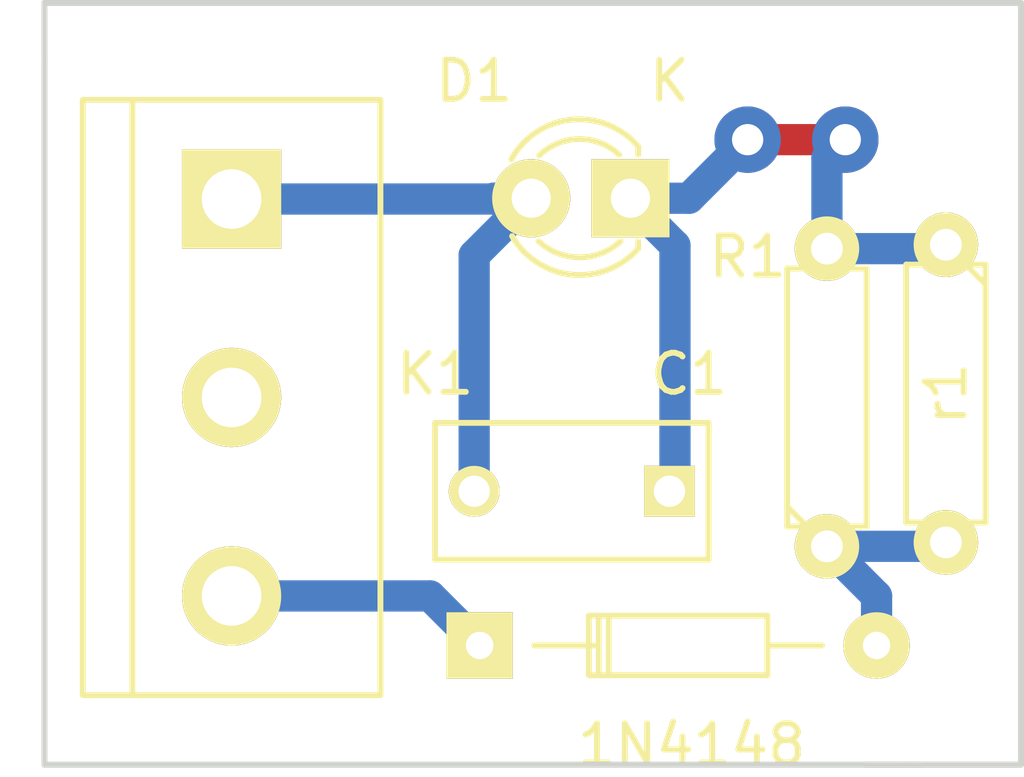
<source format=kicad_pcb>
(kicad_pcb (version 4) (host pcbnew 4.0.2-stable)

  (general
    (links 8)
    (no_connects 0)
    (area 128.924999 91.924999 154.075001 111.575001)
    (thickness 1.6)
    (drawings 14)
    (tracks 23)
    (zones 0)
    (modules 6)
    (nets 6)
  )

  (page A4)
  (title_block
    (title "Taller de Electronica")
    (date 2016-04-24)
    (rev A1)
  )

  (layers
    (0 F.Cu signal)
    (31 B.Cu signal)
    (32 B.Adhes user)
    (33 F.Adhes user)
    (34 B.Paste user)
    (35 F.Paste user)
    (36 B.SilkS user)
    (37 F.SilkS user)
    (38 B.Mask user)
    (39 F.Mask user)
    (40 Dwgs.User user hide)
    (41 Cmts.User user)
    (42 Eco1.User user)
    (43 Eco2.User user)
    (44 Edge.Cuts user)
    (45 Margin user)
    (46 B.CrtYd user)
    (47 F.CrtYd user)
    (48 B.Fab user)
    (49 F.Fab user)
  )

  (setup
    (last_trace_width 0.25)
    (user_trace_width 0.8)
    (trace_clearance 0.9)
    (zone_clearance 0.508)
    (zone_45_only no)
    (trace_min 0.2)
    (segment_width 0.2)
    (edge_width 0.15)
    (via_size 0.6)
    (via_drill 0.4)
    (via_min_size 0.4)
    (via_min_drill 0.3)
    (user_via 1.7 0.8)
    (uvia_size 0.3)
    (uvia_drill 0.1)
    (uvias_allowed no)
    (uvia_min_size 0.2)
    (uvia_min_drill 0.1)
    (pcb_text_width 0.3)
    (pcb_text_size 1.5 1.5)
    (mod_edge_width 0.15)
    (mod_text_size 1 1)
    (mod_text_width 0.15)
    (pad_size 1.524 1.524)
    (pad_drill 0.762)
    (pad_to_mask_clearance 0.2)
    (aux_axis_origin 0 0)
    (visible_elements 7FFFFFFF)
    (pcbplotparams
      (layerselection 0x00164_80000001)
      (usegerberextensions false)
      (excludeedgelayer false)
      (linewidth 0.100000)
      (plotframeref false)
      (viasonmask false)
      (mode 1)
      (useauxorigin false)
      (hpglpennumber 1)
      (hpglpenspeed 20)
      (hpglpendiameter 15)
      (hpglpenoverlay 2)
      (psnegative false)
      (psa4output false)
      (plotreference true)
      (plotvalue false)
      (plotinvisibletext false)
      (padsonsilk false)
      (subtractmaskfromsilk false)
      (outputformat 1)
      (mirror false)
      (drillshape 0)
      (scaleselection 1)
      (outputdirectory ""))
  )

  (net 0 "")
  (net 1 "Net-(C1-Pad1)")
  (net 2 "Net-(C1-Pad2)")
  (net 3 "Net-(1N4148-Pad2)")
  (net 4 "Net-(1N4148-Pad1)")
  (net 5 "Net-(K1-Pad2)")

  (net_class Default "Esta es la clase de red por defecto."
    (clearance 0.9)
    (trace_width 0.25)
    (via_dia 0.6)
    (via_drill 0.4)
    (uvia_dia 0.3)
    (uvia_drill 0.1)
    (add_net "Net-(1N4148-Pad1)")
    (add_net "Net-(1N4148-Pad2)")
    (add_net "Net-(C1-Pad1)")
    (add_net "Net-(C1-Pad2)")
    (add_net "Net-(K1-Pad2)")
  )

  (module footprints_ej1:C_Rect_L7_W3.5_P5 (layer F.Cu) (tedit 57257F65) (tstamp 571C4B09)
    (at 145 104.5 180)
    (descr "Film Capacitor Length 7mm x Width 3.5mm, Pitch 5mm")
    (tags Capacitor)
    (path /57130D0D)
    (fp_text reference C1 (at -0.5 3 180) (layer F.SilkS)
      (effects (font (size 1 1) (thickness 0.15)))
    )
    (fp_text value "100 nF" (at 2.5 3 180) (layer F.Fab)
      (effects (font (size 1 1) (thickness 0.15)))
    )
    (fp_line (start -1.25 -2) (end 6.25 -2) (layer F.CrtYd) (width 0.05))
    (fp_line (start 6.25 -2) (end 6.25 2) (layer F.CrtYd) (width 0.05))
    (fp_line (start 6.25 2) (end -1.25 2) (layer F.CrtYd) (width 0.05))
    (fp_line (start -1.25 2) (end -1.25 -2) (layer F.CrtYd) (width 0.05))
    (fp_line (start -1 -1.75) (end 6 -1.75) (layer F.SilkS) (width 0.15))
    (fp_line (start 6 -1.75) (end 6 1.75) (layer F.SilkS) (width 0.15))
    (fp_line (start 6 1.75) (end -1 1.75) (layer F.SilkS) (width 0.15))
    (fp_line (start -1 1.75) (end -1 -1.75) (layer F.SilkS) (width 0.15))
    (pad 1 thru_hole rect (at 0 0 180) (size 1.3 1.3) (drill 0.8) (layers *.Cu *.Mask F.SilkS)
      (net 1 "Net-(C1-Pad1)"))
    (pad 2 thru_hole circle (at 5 0 180) (size 1.3 1.3) (drill 0.8) (layers *.Cu *.Mask F.SilkS)
      (net 2 "Net-(C1-Pad2)"))
    (model E:/Documentos/Belziti_Axel/ej1.3dshapes/cnp_6mm_disc.wrl
      (at (xyz 0.1 0 0))
      (scale (xyz 1 1 1))
      (rotate (xyz 0 0 0))
    )
  )

  (module footprints_ej1:Diode_DO-35_SOD27_Horizontal_RM10 (layer F.Cu) (tedit 552FFC30) (tstamp 571C4CCF)
    (at 140.14 108.45)
    (descr "Diode, DO-35,  SOD27, Horizontal, RM 10mm")
    (tags "Diode, DO-35, SOD27, Horizontal, RM 10mm, 1N4148,")
    (path /57130DE1)
    (fp_text reference 1N4148 (at 5.43052 2.53746) (layer F.SilkS)
      (effects (font (size 1 1) (thickness 0.15)))
    )
    (fp_text value D2 (at 4.41452 -3.55854) (layer F.Fab)
      (effects (font (size 1 1) (thickness 0.15)))
    )
    (fp_line (start 7.36652 -0.00254) (end 8.76352 -0.00254) (layer F.SilkS) (width 0.15))
    (fp_line (start 2.92152 -0.00254) (end 1.39752 -0.00254) (layer F.SilkS) (width 0.15))
    (fp_line (start 3.30252 -0.76454) (end 3.30252 0.75946) (layer F.SilkS) (width 0.15))
    (fp_line (start 3.04852 -0.76454) (end 3.04852 0.75946) (layer F.SilkS) (width 0.15))
    (fp_line (start 2.79452 -0.00254) (end 2.79452 0.75946) (layer F.SilkS) (width 0.15))
    (fp_line (start 2.79452 0.75946) (end 7.36652 0.75946) (layer F.SilkS) (width 0.15))
    (fp_line (start 7.36652 0.75946) (end 7.36652 -0.76454) (layer F.SilkS) (width 0.15))
    (fp_line (start 7.36652 -0.76454) (end 2.79452 -0.76454) (layer F.SilkS) (width 0.15))
    (fp_line (start 2.79452 -0.76454) (end 2.79452 -0.00254) (layer F.SilkS) (width 0.15))
    (pad 2 thru_hole circle (at 10.16052 -0.00254 180) (size 1.69926 1.69926) (drill 0.70104) (layers *.Cu *.Mask F.SilkS)
      (net 3 "Net-(1N4148-Pad2)"))
    (pad 1 thru_hole rect (at 0.00052 -0.00254 180) (size 1.69926 1.69926) (drill 0.70104) (layers *.Cu *.Mask F.SilkS)
      (net 4 "Net-(1N4148-Pad1)"))
    (model Diodes_ThroughHole.3dshapes/Diode_DO-35_SOD27_Horizontal_RM10.wrl
      (at (xyz 0.2 0 0))
      (scale (xyz 0.4 0.4 0.4))
      (rotate (xyz 0 0 180))
    )
  )

  (module footprints_ej1:LED-3MM (layer F.Cu) (tedit 57257F58) (tstamp 571C4CD5)
    (at 144 97 180)
    (descr "LED 3mm round vertical")
    (tags "LED  3mm round vertical")
    (path /57130D40)
    (fp_text reference D1 (at 4 3 180) (layer F.SilkS)
      (effects (font (size 1 1) (thickness 0.15)))
    )
    (fp_text value "LED ROJO" (at 1.3 -2.9 180) (layer F.Fab)
      (effects (font (size 1 1) (thickness 0.15)))
    )
    (fp_line (start -1.2 2.3) (end 3.8 2.3) (layer F.CrtYd) (width 0.05))
    (fp_line (start 3.8 2.3) (end 3.8 -2.2) (layer F.CrtYd) (width 0.05))
    (fp_line (start 3.8 -2.2) (end -1.2 -2.2) (layer F.CrtYd) (width 0.05))
    (fp_line (start -1.2 -2.2) (end -1.2 2.3) (layer F.CrtYd) (width 0.05))
    (fp_line (start -0.199 1.314) (end -0.199 1.114) (layer F.SilkS) (width 0.15))
    (fp_line (start -0.199 -1.28) (end -0.199 -1.1) (layer F.SilkS) (width 0.15))
    (fp_arc (start 1.301 0.034) (end -0.199 -1.286) (angle 108.5) (layer F.SilkS) (width 0.15))
    (fp_arc (start 1.301 0.034) (end 0.25 -1.1) (angle 85.7) (layer F.SilkS) (width 0.15))
    (fp_arc (start 1.311 0.034) (end 3.051 0.994) (angle 110) (layer F.SilkS) (width 0.15))
    (fp_arc (start 1.301 0.034) (end 2.335 1.094) (angle 87.5) (layer F.SilkS) (width 0.15))
    (fp_text user K (at -1 3 180) (layer F.SilkS)
      (effects (font (size 1 1) (thickness 0.15)))
    )
    (pad 1 thru_hole rect (at 0 0 270) (size 2 2) (drill 1.00076) (layers *.Cu *.Mask F.SilkS)
      (net 1 "Net-(C1-Pad1)"))
    (pad 2 thru_hole circle (at 2.54 0 180) (size 2 2) (drill 1.00076) (layers *.Cu *.Mask F.SilkS)
      (net 2 "Net-(C1-Pad2)"))
    (model LEDs.3dshapes/LED-3MM.wrl
      (at (xyz 0.05 0 0))
      (scale (xyz 1 1 1))
      (rotate (xyz 0 0 90))
    )
  )

  (module footprints_ej1:bornier3 (layer F.Cu) (tedit 57257F60) (tstamp 571C4CDC)
    (at 133.79 102.1 270)
    (descr "Bornier d'alimentation 3 pins")
    (tags DEV)
    (path /57130C5D)
    (fp_text reference K1 (at -0.6 -5.21 360) (layer F.SilkS)
      (effects (font (size 1 1) (thickness 0.15)))
    )
    (fp_text value CONN_01X03 (at 0 5.08 270) (layer F.Fab)
      (effects (font (size 1 1) (thickness 0.15)))
    )
    (fp_line (start -7.62 3.81) (end -7.62 -3.81) (layer F.SilkS) (width 0.15))
    (fp_line (start 7.62 3.81) (end 7.62 -3.81) (layer F.SilkS) (width 0.15))
    (fp_line (start -7.62 2.54) (end 7.62 2.54) (layer F.SilkS) (width 0.15))
    (fp_line (start -7.62 -3.81) (end 7.62 -3.81) (layer F.SilkS) (width 0.15))
    (fp_line (start -7.62 3.81) (end 7.62 3.81) (layer F.SilkS) (width 0.15))
    (pad 1 thru_hole rect (at -5.08 0 270) (size 2.54 2.54) (drill 1.524) (layers *.Cu *.Mask F.SilkS)
      (net 2 "Net-(C1-Pad2)"))
    (pad 2 thru_hole circle (at 0 0 270) (size 2.54 2.54) (drill 1.524) (layers *.Cu *.Mask F.SilkS)
      (net 5 "Net-(K1-Pad2)"))
    (pad 3 thru_hole circle (at 5.08 0 270) (size 2.54 2.54) (drill 1.524) (layers *.Cu *.Mask F.SilkS)
      (net 4 "Net-(1N4148-Pad1)"))
    (model Connect.3dshapes/bornier3.wrl
      (at (xyz 0 0 0))
      (scale (xyz 1 1 1))
      (rotate (xyz 0 0 0))
    )
  )

  (module footprints_ej1:R3-LARGE_PADS (layer F.Cu) (tedit 57257F98) (tstamp 571C4CE2)
    (at 149.03 102.1 90)
    (descr "Resitance 3 pas")
    (tags R)
    (path /57130ACA)
    (fp_text reference R1 (at 3.6 -2.03 180) (layer F.SilkS)
      (effects (font (size 1 1) (thickness 0.15)))
    )
    (fp_text value 100K (at 0 0 90) (layer F.Fab)
      (effects (font (size 1 1) (thickness 0.15)))
    )
    (fp_line (start -3.81 0) (end -3.302 0) (layer F.SilkS) (width 0.15))
    (fp_line (start 3.81 0) (end 3.302 0) (layer F.SilkS) (width 0.15))
    (fp_line (start 3.302 0) (end 3.302 -1.016) (layer F.SilkS) (width 0.15))
    (fp_line (start 3.302 -1.016) (end -3.302 -1.016) (layer F.SilkS) (width 0.15))
    (fp_line (start -3.302 -1.016) (end -3.302 1.016) (layer F.SilkS) (width 0.15))
    (fp_line (start -3.302 1.016) (end 3.302 1.016) (layer F.SilkS) (width 0.15))
    (fp_line (start 3.302 1.016) (end 3.302 0) (layer F.SilkS) (width 0.15))
    (fp_line (start -3.302 -0.508) (end -2.794 -1.016) (layer F.SilkS) (width 0.15))
    (pad 1 thru_hole circle (at -3.81 0 90) (size 1.651 1.651) (drill 0.8128) (layers *.Cu *.Mask F.SilkS)
      (net 3 "Net-(1N4148-Pad2)"))
    (pad 2 thru_hole circle (at 3.81 0 90) (size 1.651 1.651) (drill 0.8128) (layers *.Cu *.Mask F.SilkS)
      (net 1 "Net-(C1-Pad1)"))
    (model Discret.3dshapes/R3-LARGE_PADS.wrl
      (at (xyz 0 0 0))
      (scale (xyz 0.3 0.3 0.3))
      (rotate (xyz 0 0 0))
    )
  )

  (module footprints_ej1:R3-LARGE_PADS (layer F.Cu) (tedit 0) (tstamp 572584D2)
    (at 152.075001 102 270)
    (descr "Resitance 3 pas")
    (tags R)
    (path /572583AD)
    (fp_text reference r1 (at 0 0 270) (layer F.SilkS)
      (effects (font (size 1 1) (thickness 0.15)))
    )
    (fp_text value 100K (at 0 0 270) (layer F.Fab)
      (effects (font (size 1 1) (thickness 0.15)))
    )
    (fp_line (start -3.81 0) (end -3.302 0) (layer F.SilkS) (width 0.15))
    (fp_line (start 3.81 0) (end 3.302 0) (layer F.SilkS) (width 0.15))
    (fp_line (start 3.302 0) (end 3.302 -1.016) (layer F.SilkS) (width 0.15))
    (fp_line (start 3.302 -1.016) (end -3.302 -1.016) (layer F.SilkS) (width 0.15))
    (fp_line (start -3.302 -1.016) (end -3.302 1.016) (layer F.SilkS) (width 0.15))
    (fp_line (start -3.302 1.016) (end 3.302 1.016) (layer F.SilkS) (width 0.15))
    (fp_line (start 3.302 1.016) (end 3.302 0) (layer F.SilkS) (width 0.15))
    (fp_line (start -3.302 -0.508) (end -2.794 -1.016) (layer F.SilkS) (width 0.15))
    (pad 1 thru_hole circle (at -3.81 0 270) (size 1.651 1.651) (drill 0.8128) (layers *.Cu *.Mask F.SilkS)
      (net 1 "Net-(C1-Pad1)"))
    (pad 2 thru_hole circle (at 3.81 0 270) (size 1.651 1.651) (drill 0.8128) (layers *.Cu *.Mask F.SilkS)
      (net 3 "Net-(1N4148-Pad2)"))
    (model Discret.3dshapes/R3-LARGE_PADS.wrl
      (at (xyz 0 0 0))
      (scale (xyz 0.3 0.3 0.3))
      (rotate (xyz 0 0 0))
    )
  )

  (gr_line (start 129 111.5) (end 129 92) (angle 90) (layer Edge.Cuts) (width 0.15))
  (gr_line (start 154 111.5) (end 129 111.5) (angle 90) (layer Edge.Cuts) (width 0.15))
  (gr_line (start 154 92) (end 154 111.5) (angle 90) (layer Edge.Cuts) (width 0.15))
  (gr_line (start 129 92) (end 154 92) (angle 90) (layer Edge.Cuts) (width 0.15))
  (dimension 25 (width 0.3) (layer Dwgs.User)
    (gr_text 25,000mm (at 141.5 85.65) (layer Dwgs.User)
      (effects (font (size 1.5 1.5) (thickness 0.3)))
    )
    (feature1 (pts (xy 129 92) (xy 129 84.3)))
    (feature2 (pts (xy 154 92) (xy 154 84.3)))
    (crossbar (pts (xy 154 87) (xy 129 87)))
    (arrow1a (pts (xy 129 87) (xy 130.126504 86.413579)))
    (arrow1b (pts (xy 129 87) (xy 130.126504 87.586421)))
    (arrow2a (pts (xy 154 87) (xy 152.873496 86.413579)))
    (arrow2b (pts (xy 154 87) (xy 152.873496 87.586421)))
  )
  (dimension 19.5 (width 0.3) (layer Dwgs.User)
    (gr_text 19,500mm (at 161.35 101.75 90) (layer Dwgs.User)
      (effects (font (size 1.5 1.5) (thickness 0.3)))
    )
    (feature1 (pts (xy 154 92) (xy 162.7 92)))
    (feature2 (pts (xy 154 111.5) (xy 162.7 111.5)))
    (crossbar (pts (xy 160 111.5) (xy 160 92)))
    (arrow1a (pts (xy 160 92) (xy 160.586421 93.126504)))
    (arrow1b (pts (xy 160 92) (xy 159.413579 93.126504)))
    (arrow2a (pts (xy 160 111.5) (xy 160.586421 110.373496)))
    (arrow2b (pts (xy 160 111.5) (xy 159.413579 110.373496)))
  )
  (gr_line (start 150 111.5) (end 151.5 111.5) (angle 90) (layer Edge.Cuts) (width 0.15))
  (gr_line (start 154 111.5) (end 150 111.5) (angle 90) (layer Edge.Cuts) (width 0.15))
  (gr_line (start 151 111.5) (end 154 111.5) (angle 90) (layer Edge.Cuts) (width 0.15))
  (gr_line (start 154 92) (end 154 111.5) (angle 90) (layer Edge.Cuts) (width 0.15))
  (gr_line (start 129 92) (end 154 92) (angle 90) (layer Edge.Cuts) (width 0.15))
  (gr_line (start 129 93.5) (end 129 92) (angle 90) (layer Edge.Cuts) (width 0.15))
  (gr_line (start 129 111.5) (end 151 111.5) (angle 90) (layer Edge.Cuts) (width 0.15))
  (gr_line (start 129 93.5) (end 129 111.5) (angle 90) (layer Edge.Cuts) (width 0.15))

  (segment (start 149.03 98.29) (end 151.975001 98.29) (width 0.8) (layer B.Cu) (net 1))
  (segment (start 151.975001 98.29) (end 152.075001 98.19) (width 0.8) (layer B.Cu) (net 1) (tstamp 57258632))
  (segment (start 144 97) (end 145.5 97) (width 0.8) (layer B.Cu) (net 1))
  (segment (start 149.03 95.97) (end 149.03 98.29) (width 0.8) (layer B.Cu) (net 1) (tstamp 57257B6A))
  (segment (start 149.5 95.5) (end 149.03 95.97) (width 0.8) (layer B.Cu) (net 1) (tstamp 57257B69))
  (via (at 149.5 95.5) (size 1.7) (drill 0.8) (layers F.Cu B.Cu) (net 1))
  (segment (start 147 95.5) (end 149.5 95.5) (width 0.8) (layer F.Cu) (net 1) (tstamp 57257B66))
  (via (at 147 95.5) (size 1.7) (drill 0.8) (layers F.Cu B.Cu) (net 1))
  (segment (start 145.5 97) (end 147 95.5) (width 0.8) (layer B.Cu) (net 1) (tstamp 57257B62))
  (segment (start 145.14 98.21) (end 143.95 97.02) (width 0.8) (layer B.Cu) (net 1) (tstamp 57257909))
  (segment (start 145.14 104.64) (end 145.14 98.21) (width 0.8) (layer B.Cu) (net 1))
  (segment (start 133.79 97.02) (end 141.44 97.02) (width 0.8) (layer B.Cu) (net 2))
  (segment (start 141.44 97.02) (end 140 98.46) (width 0.8) (layer B.Cu) (net 2) (tstamp 57257B38))
  (segment (start 140 98.46) (end 140 104.5) (width 0.8) (layer B.Cu) (net 2) (tstamp 57257B39))
  (segment (start 140.48 97.02) (end 140.5 97) (width 0.8) (layer B.Cu) (net 2) (tstamp 57257A90))
  (segment (start 140.5 97) (end 141.46 97) (width 0.8) (layer B.Cu) (net 2) (tstamp 57257A96))
  (segment (start 141.44 97.02) (end 141.46 97) (width 0.8) (layer B.Cu) (net 2) (tstamp 572579E9))
  (segment (start 149.03 105.91) (end 151.975001 105.91) (width 0.8) (layer B.Cu) (net 3))
  (segment (start 151.975001 105.91) (end 152.075001 105.81) (width 0.8) (layer B.Cu) (net 3) (tstamp 57258635))
  (segment (start 150.30052 108.44746) (end 150.30052 107.18052) (width 0.8) (layer B.Cu) (net 3))
  (segment (start 150.30052 107.18052) (end 149.03 105.91) (width 0.8) (layer B.Cu) (net 3) (tstamp 572579DA))
  (segment (start 133.79 107.18) (end 138.87306 107.18) (width 0.8) (layer B.Cu) (net 4))
  (segment (start 138.87306 107.18) (end 140.14052 108.44746) (width 0.8) (layer B.Cu) (net 4) (tstamp 5725794F))

)

</source>
